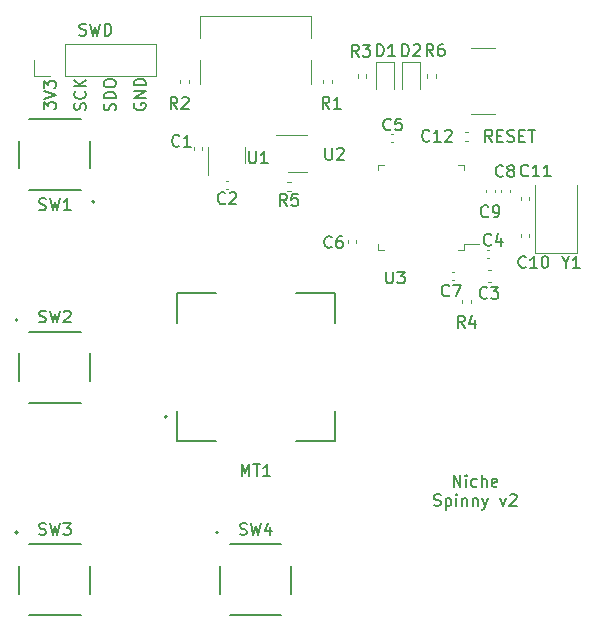
<source format=gto>
G04 #@! TF.GenerationSoftware,KiCad,Pcbnew,(6.0.6-0)*
G04 #@! TF.CreationDate,2022-08-29T18:48:32+01:00*
G04 #@! TF.ProjectId,Spinny,5370696e-6e79-42e6-9b69-6361645f7063,rev?*
G04 #@! TF.SameCoordinates,Original*
G04 #@! TF.FileFunction,Legend,Top*
G04 #@! TF.FilePolarity,Positive*
%FSLAX46Y46*%
G04 Gerber Fmt 4.6, Leading zero omitted, Abs format (unit mm)*
G04 Created by KiCad (PCBNEW (6.0.6-0)) date 2022-08-29 18:48:32*
%MOMM*%
%LPD*%
G01*
G04 APERTURE LIST*
%ADD10C,0.150000*%
%ADD11C,0.127000*%
%ADD12C,0.200000*%
%ADD13C,0.120000*%
G04 APERTURE END LIST*
D10*
X135072857Y-71874761D02*
X135215714Y-71922380D01*
X135453809Y-71922380D01*
X135549047Y-71874761D01*
X135596666Y-71827142D01*
X135644285Y-71731904D01*
X135644285Y-71636666D01*
X135596666Y-71541428D01*
X135549047Y-71493809D01*
X135453809Y-71446190D01*
X135263333Y-71398571D01*
X135168095Y-71350952D01*
X135120476Y-71303333D01*
X135072857Y-71208095D01*
X135072857Y-71112857D01*
X135120476Y-71017619D01*
X135168095Y-70970000D01*
X135263333Y-70922380D01*
X135501428Y-70922380D01*
X135644285Y-70970000D01*
X135977619Y-70922380D02*
X136215714Y-71922380D01*
X136406190Y-71208095D01*
X136596666Y-71922380D01*
X136834761Y-70922380D01*
X137215714Y-71922380D02*
X137215714Y-70922380D01*
X137453809Y-70922380D01*
X137596666Y-70970000D01*
X137691904Y-71065238D01*
X137739523Y-71160476D01*
X137787142Y-71350952D01*
X137787142Y-71493809D01*
X137739523Y-71684285D01*
X137691904Y-71779523D01*
X137596666Y-71874761D01*
X137453809Y-71922380D01*
X137215714Y-71922380D01*
X139730000Y-77671904D02*
X139682380Y-77767142D01*
X139682380Y-77910000D01*
X139730000Y-78052857D01*
X139825238Y-78148095D01*
X139920476Y-78195714D01*
X140110952Y-78243333D01*
X140253809Y-78243333D01*
X140444285Y-78195714D01*
X140539523Y-78148095D01*
X140634761Y-78052857D01*
X140682380Y-77910000D01*
X140682380Y-77814761D01*
X140634761Y-77671904D01*
X140587142Y-77624285D01*
X140253809Y-77624285D01*
X140253809Y-77814761D01*
X140682380Y-77195714D02*
X139682380Y-77195714D01*
X140682380Y-76624285D01*
X139682380Y-76624285D01*
X140682380Y-76148095D02*
X139682380Y-76148095D01*
X139682380Y-75910000D01*
X139730000Y-75767142D01*
X139825238Y-75671904D01*
X139920476Y-75624285D01*
X140110952Y-75576666D01*
X140253809Y-75576666D01*
X140444285Y-75624285D01*
X140539523Y-75671904D01*
X140634761Y-75767142D01*
X140682380Y-75910000D01*
X140682380Y-76148095D01*
X132052380Y-78178095D02*
X132052380Y-77559047D01*
X132433333Y-77892380D01*
X132433333Y-77749523D01*
X132480952Y-77654285D01*
X132528571Y-77606666D01*
X132623809Y-77559047D01*
X132861904Y-77559047D01*
X132957142Y-77606666D01*
X133004761Y-77654285D01*
X133052380Y-77749523D01*
X133052380Y-78035238D01*
X133004761Y-78130476D01*
X132957142Y-78178095D01*
X132052380Y-77273333D02*
X133052380Y-76940000D01*
X132052380Y-76606666D01*
X132052380Y-76368571D02*
X132052380Y-75749523D01*
X132433333Y-76082857D01*
X132433333Y-75940000D01*
X132480952Y-75844761D01*
X132528571Y-75797142D01*
X132623809Y-75749523D01*
X132861904Y-75749523D01*
X132957142Y-75797142D01*
X133004761Y-75844761D01*
X133052380Y-75940000D01*
X133052380Y-76225714D01*
X133004761Y-76320952D01*
X132957142Y-76368571D01*
X135564761Y-78225714D02*
X135612380Y-78082857D01*
X135612380Y-77844761D01*
X135564761Y-77749523D01*
X135517142Y-77701904D01*
X135421904Y-77654285D01*
X135326666Y-77654285D01*
X135231428Y-77701904D01*
X135183809Y-77749523D01*
X135136190Y-77844761D01*
X135088571Y-78035238D01*
X135040952Y-78130476D01*
X134993333Y-78178095D01*
X134898095Y-78225714D01*
X134802857Y-78225714D01*
X134707619Y-78178095D01*
X134660000Y-78130476D01*
X134612380Y-78035238D01*
X134612380Y-77797142D01*
X134660000Y-77654285D01*
X135517142Y-76654285D02*
X135564761Y-76701904D01*
X135612380Y-76844761D01*
X135612380Y-76940000D01*
X135564761Y-77082857D01*
X135469523Y-77178095D01*
X135374285Y-77225714D01*
X135183809Y-77273333D01*
X135040952Y-77273333D01*
X134850476Y-77225714D01*
X134755238Y-77178095D01*
X134660000Y-77082857D01*
X134612380Y-76940000D01*
X134612380Y-76844761D01*
X134660000Y-76701904D01*
X134707619Y-76654285D01*
X135612380Y-76225714D02*
X134612380Y-76225714D01*
X135612380Y-75654285D02*
X135040952Y-76082857D01*
X134612380Y-75654285D02*
X135183809Y-76225714D01*
X138094761Y-78249523D02*
X138142380Y-78106666D01*
X138142380Y-77868571D01*
X138094761Y-77773333D01*
X138047142Y-77725714D01*
X137951904Y-77678095D01*
X137856666Y-77678095D01*
X137761428Y-77725714D01*
X137713809Y-77773333D01*
X137666190Y-77868571D01*
X137618571Y-78059047D01*
X137570952Y-78154285D01*
X137523333Y-78201904D01*
X137428095Y-78249523D01*
X137332857Y-78249523D01*
X137237619Y-78201904D01*
X137190000Y-78154285D01*
X137142380Y-78059047D01*
X137142380Y-77820952D01*
X137190000Y-77678095D01*
X138142380Y-77249523D02*
X137142380Y-77249523D01*
X137142380Y-77011428D01*
X137190000Y-76868571D01*
X137285238Y-76773333D01*
X137380476Y-76725714D01*
X137570952Y-76678095D01*
X137713809Y-76678095D01*
X137904285Y-76725714D01*
X137999523Y-76773333D01*
X138094761Y-76868571D01*
X138142380Y-77011428D01*
X138142380Y-77249523D01*
X137142380Y-76059047D02*
X137142380Y-75868571D01*
X137190000Y-75773333D01*
X137285238Y-75678095D01*
X137475714Y-75630476D01*
X137809047Y-75630476D01*
X137999523Y-75678095D01*
X138094761Y-75773333D01*
X138142380Y-75868571D01*
X138142380Y-76059047D01*
X138094761Y-76154285D01*
X137999523Y-76249523D01*
X137809047Y-76297142D01*
X137475714Y-76297142D01*
X137285238Y-76249523D01*
X137190000Y-76154285D01*
X137142380Y-76059047D01*
X166756666Y-110127380D02*
X166756666Y-109127380D01*
X167328095Y-110127380D01*
X167328095Y-109127380D01*
X167804285Y-110127380D02*
X167804285Y-109460714D01*
X167804285Y-109127380D02*
X167756666Y-109175000D01*
X167804285Y-109222619D01*
X167851904Y-109175000D01*
X167804285Y-109127380D01*
X167804285Y-109222619D01*
X168709047Y-110079761D02*
X168613809Y-110127380D01*
X168423333Y-110127380D01*
X168328095Y-110079761D01*
X168280476Y-110032142D01*
X168232857Y-109936904D01*
X168232857Y-109651190D01*
X168280476Y-109555952D01*
X168328095Y-109508333D01*
X168423333Y-109460714D01*
X168613809Y-109460714D01*
X168709047Y-109508333D01*
X169137619Y-110127380D02*
X169137619Y-109127380D01*
X169566190Y-110127380D02*
X169566190Y-109603571D01*
X169518571Y-109508333D01*
X169423333Y-109460714D01*
X169280476Y-109460714D01*
X169185238Y-109508333D01*
X169137619Y-109555952D01*
X170423333Y-110079761D02*
X170328095Y-110127380D01*
X170137619Y-110127380D01*
X170042380Y-110079761D01*
X169994761Y-109984523D01*
X169994761Y-109603571D01*
X170042380Y-109508333D01*
X170137619Y-109460714D01*
X170328095Y-109460714D01*
X170423333Y-109508333D01*
X170470952Y-109603571D01*
X170470952Y-109698809D01*
X169994761Y-109794047D01*
X165090000Y-111689761D02*
X165232857Y-111737380D01*
X165470952Y-111737380D01*
X165566190Y-111689761D01*
X165613809Y-111642142D01*
X165661428Y-111546904D01*
X165661428Y-111451666D01*
X165613809Y-111356428D01*
X165566190Y-111308809D01*
X165470952Y-111261190D01*
X165280476Y-111213571D01*
X165185238Y-111165952D01*
X165137619Y-111118333D01*
X165090000Y-111023095D01*
X165090000Y-110927857D01*
X165137619Y-110832619D01*
X165185238Y-110785000D01*
X165280476Y-110737380D01*
X165518571Y-110737380D01*
X165661428Y-110785000D01*
X166090000Y-111070714D02*
X166090000Y-112070714D01*
X166090000Y-111118333D02*
X166185238Y-111070714D01*
X166375714Y-111070714D01*
X166470952Y-111118333D01*
X166518571Y-111165952D01*
X166566190Y-111261190D01*
X166566190Y-111546904D01*
X166518571Y-111642142D01*
X166470952Y-111689761D01*
X166375714Y-111737380D01*
X166185238Y-111737380D01*
X166090000Y-111689761D01*
X166994761Y-111737380D02*
X166994761Y-111070714D01*
X166994761Y-110737380D02*
X166947142Y-110785000D01*
X166994761Y-110832619D01*
X167042380Y-110785000D01*
X166994761Y-110737380D01*
X166994761Y-110832619D01*
X167470952Y-111070714D02*
X167470952Y-111737380D01*
X167470952Y-111165952D02*
X167518571Y-111118333D01*
X167613809Y-111070714D01*
X167756666Y-111070714D01*
X167851904Y-111118333D01*
X167899523Y-111213571D01*
X167899523Y-111737380D01*
X168375714Y-111070714D02*
X168375714Y-111737380D01*
X168375714Y-111165952D02*
X168423333Y-111118333D01*
X168518571Y-111070714D01*
X168661428Y-111070714D01*
X168756666Y-111118333D01*
X168804285Y-111213571D01*
X168804285Y-111737380D01*
X169185238Y-111070714D02*
X169423333Y-111737380D01*
X169661428Y-111070714D02*
X169423333Y-111737380D01*
X169328095Y-111975476D01*
X169280476Y-112023095D01*
X169185238Y-112070714D01*
X170709047Y-111070714D02*
X170947142Y-111737380D01*
X171185238Y-111070714D01*
X171518571Y-110832619D02*
X171566190Y-110785000D01*
X171661428Y-110737380D01*
X171899523Y-110737380D01*
X171994761Y-110785000D01*
X172042380Y-110832619D01*
X172090000Y-110927857D01*
X172090000Y-111023095D01*
X172042380Y-111165952D01*
X171470952Y-111737380D01*
X172090000Y-111737380D01*
X170027619Y-80912380D02*
X169694285Y-80436190D01*
X169456190Y-80912380D02*
X169456190Y-79912380D01*
X169837142Y-79912380D01*
X169932380Y-79960000D01*
X169980000Y-80007619D01*
X170027619Y-80102857D01*
X170027619Y-80245714D01*
X169980000Y-80340952D01*
X169932380Y-80388571D01*
X169837142Y-80436190D01*
X169456190Y-80436190D01*
X170456190Y-80388571D02*
X170789523Y-80388571D01*
X170932380Y-80912380D02*
X170456190Y-80912380D01*
X170456190Y-79912380D01*
X170932380Y-79912380D01*
X171313333Y-80864761D02*
X171456190Y-80912380D01*
X171694285Y-80912380D01*
X171789523Y-80864761D01*
X171837142Y-80817142D01*
X171884761Y-80721904D01*
X171884761Y-80626666D01*
X171837142Y-80531428D01*
X171789523Y-80483809D01*
X171694285Y-80436190D01*
X171503809Y-80388571D01*
X171408571Y-80340952D01*
X171360952Y-80293333D01*
X171313333Y-80198095D01*
X171313333Y-80102857D01*
X171360952Y-80007619D01*
X171408571Y-79960000D01*
X171503809Y-79912380D01*
X171741904Y-79912380D01*
X171884761Y-79960000D01*
X172313333Y-80388571D02*
X172646666Y-80388571D01*
X172789523Y-80912380D02*
X172313333Y-80912380D01*
X172313333Y-79912380D01*
X172789523Y-79912380D01*
X173075238Y-79912380D02*
X173646666Y-79912380D01*
X173360952Y-80912380D02*
X173360952Y-79912380D01*
G04 #@! TO.C,SW2*
X131666666Y-96154761D02*
X131809523Y-96202380D01*
X132047619Y-96202380D01*
X132142857Y-96154761D01*
X132190476Y-96107142D01*
X132238095Y-96011904D01*
X132238095Y-95916666D01*
X132190476Y-95821428D01*
X132142857Y-95773809D01*
X132047619Y-95726190D01*
X131857142Y-95678571D01*
X131761904Y-95630952D01*
X131714285Y-95583333D01*
X131666666Y-95488095D01*
X131666666Y-95392857D01*
X131714285Y-95297619D01*
X131761904Y-95250000D01*
X131857142Y-95202380D01*
X132095238Y-95202380D01*
X132238095Y-95250000D01*
X132571428Y-95202380D02*
X132809523Y-96202380D01*
X133000000Y-95488095D01*
X133190476Y-96202380D01*
X133428571Y-95202380D01*
X133761904Y-95297619D02*
X133809523Y-95250000D01*
X133904761Y-95202380D01*
X134142857Y-95202380D01*
X134238095Y-95250000D01*
X134285714Y-95297619D01*
X134333333Y-95392857D01*
X134333333Y-95488095D01*
X134285714Y-95630952D01*
X133714285Y-96202380D01*
X134333333Y-96202380D01*
G04 #@! TO.C,D1*
X160261904Y-73667380D02*
X160261904Y-72667380D01*
X160500000Y-72667380D01*
X160642857Y-72715000D01*
X160738095Y-72810238D01*
X160785714Y-72905476D01*
X160833333Y-73095952D01*
X160833333Y-73238809D01*
X160785714Y-73429285D01*
X160738095Y-73524523D01*
X160642857Y-73619761D01*
X160500000Y-73667380D01*
X160261904Y-73667380D01*
X161785714Y-73667380D02*
X161214285Y-73667380D01*
X161500000Y-73667380D02*
X161500000Y-72667380D01*
X161404761Y-72810238D01*
X161309523Y-72905476D01*
X161214285Y-72953095D01*
G04 #@! TO.C,SW3*
X131666666Y-114154761D02*
X131809523Y-114202380D01*
X132047619Y-114202380D01*
X132142857Y-114154761D01*
X132190476Y-114107142D01*
X132238095Y-114011904D01*
X132238095Y-113916666D01*
X132190476Y-113821428D01*
X132142857Y-113773809D01*
X132047619Y-113726190D01*
X131857142Y-113678571D01*
X131761904Y-113630952D01*
X131714285Y-113583333D01*
X131666666Y-113488095D01*
X131666666Y-113392857D01*
X131714285Y-113297619D01*
X131761904Y-113250000D01*
X131857142Y-113202380D01*
X132095238Y-113202380D01*
X132238095Y-113250000D01*
X132571428Y-113202380D02*
X132809523Y-114202380D01*
X133000000Y-113488095D01*
X133190476Y-114202380D01*
X133428571Y-113202380D01*
X133714285Y-113202380D02*
X134333333Y-113202380D01*
X134000000Y-113583333D01*
X134142857Y-113583333D01*
X134238095Y-113630952D01*
X134285714Y-113678571D01*
X134333333Y-113773809D01*
X134333333Y-114011904D01*
X134285714Y-114107142D01*
X134238095Y-114154761D01*
X134142857Y-114202380D01*
X133857142Y-114202380D01*
X133761904Y-114154761D01*
X133714285Y-114107142D01*
G04 #@! TO.C,R4*
X167683333Y-96652380D02*
X167350000Y-96176190D01*
X167111904Y-96652380D02*
X167111904Y-95652380D01*
X167492857Y-95652380D01*
X167588095Y-95700000D01*
X167635714Y-95747619D01*
X167683333Y-95842857D01*
X167683333Y-95985714D01*
X167635714Y-96080952D01*
X167588095Y-96128571D01*
X167492857Y-96176190D01*
X167111904Y-96176190D01*
X168540476Y-95985714D02*
X168540476Y-96652380D01*
X168302380Y-95604761D02*
X168064285Y-96319047D01*
X168683333Y-96319047D01*
G04 #@! TO.C,C5*
X161433333Y-79857142D02*
X161385714Y-79904761D01*
X161242857Y-79952380D01*
X161147619Y-79952380D01*
X161004761Y-79904761D01*
X160909523Y-79809523D01*
X160861904Y-79714285D01*
X160814285Y-79523809D01*
X160814285Y-79380952D01*
X160861904Y-79190476D01*
X160909523Y-79095238D01*
X161004761Y-79000000D01*
X161147619Y-78952380D01*
X161242857Y-78952380D01*
X161385714Y-79000000D01*
X161433333Y-79047619D01*
X162338095Y-78952380D02*
X161861904Y-78952380D01*
X161814285Y-79428571D01*
X161861904Y-79380952D01*
X161957142Y-79333333D01*
X162195238Y-79333333D01*
X162290476Y-79380952D01*
X162338095Y-79428571D01*
X162385714Y-79523809D01*
X162385714Y-79761904D01*
X162338095Y-79857142D01*
X162290476Y-79904761D01*
X162195238Y-79952380D01*
X161957142Y-79952380D01*
X161861904Y-79904761D01*
X161814285Y-79857142D01*
G04 #@! TO.C,C12*
X164707142Y-80807142D02*
X164659523Y-80854761D01*
X164516666Y-80902380D01*
X164421428Y-80902380D01*
X164278571Y-80854761D01*
X164183333Y-80759523D01*
X164135714Y-80664285D01*
X164088095Y-80473809D01*
X164088095Y-80330952D01*
X164135714Y-80140476D01*
X164183333Y-80045238D01*
X164278571Y-79950000D01*
X164421428Y-79902380D01*
X164516666Y-79902380D01*
X164659523Y-79950000D01*
X164707142Y-79997619D01*
X165659523Y-80902380D02*
X165088095Y-80902380D01*
X165373809Y-80902380D02*
X165373809Y-79902380D01*
X165278571Y-80045238D01*
X165183333Y-80140476D01*
X165088095Y-80188095D01*
X166040476Y-79997619D02*
X166088095Y-79950000D01*
X166183333Y-79902380D01*
X166421428Y-79902380D01*
X166516666Y-79950000D01*
X166564285Y-79997619D01*
X166611904Y-80092857D01*
X166611904Y-80188095D01*
X166564285Y-80330952D01*
X165992857Y-80902380D01*
X166611904Y-80902380D01*
G04 #@! TO.C,MT1*
X148799523Y-109212380D02*
X148799523Y-108212380D01*
X149132857Y-108926666D01*
X149466190Y-108212380D01*
X149466190Y-109212380D01*
X149799523Y-108212380D02*
X150370952Y-108212380D01*
X150085238Y-109212380D02*
X150085238Y-108212380D01*
X151228095Y-109212380D02*
X150656666Y-109212380D01*
X150942380Y-109212380D02*
X150942380Y-108212380D01*
X150847142Y-108355238D01*
X150751904Y-108450476D01*
X150656666Y-108498095D01*
G04 #@! TO.C,Y1*
X176233809Y-91146190D02*
X176233809Y-91622380D01*
X175900476Y-90622380D02*
X176233809Y-91146190D01*
X176567142Y-90622380D01*
X177424285Y-91622380D02*
X176852857Y-91622380D01*
X177138571Y-91622380D02*
X177138571Y-90622380D01*
X177043333Y-90765238D01*
X176948095Y-90860476D01*
X176852857Y-90908095D01*
G04 #@! TO.C,SW1*
X131666666Y-86654761D02*
X131809523Y-86702380D01*
X132047619Y-86702380D01*
X132142857Y-86654761D01*
X132190476Y-86607142D01*
X132238095Y-86511904D01*
X132238095Y-86416666D01*
X132190476Y-86321428D01*
X132142857Y-86273809D01*
X132047619Y-86226190D01*
X131857142Y-86178571D01*
X131761904Y-86130952D01*
X131714285Y-86083333D01*
X131666666Y-85988095D01*
X131666666Y-85892857D01*
X131714285Y-85797619D01*
X131761904Y-85750000D01*
X131857142Y-85702380D01*
X132095238Y-85702380D01*
X132238095Y-85750000D01*
X132571428Y-85702380D02*
X132809523Y-86702380D01*
X133000000Y-85988095D01*
X133190476Y-86702380D01*
X133428571Y-85702380D01*
X134333333Y-86702380D02*
X133761904Y-86702380D01*
X134047619Y-86702380D02*
X134047619Y-85702380D01*
X133952380Y-85845238D01*
X133857142Y-85940476D01*
X133761904Y-85988095D01*
G04 #@! TO.C,U3*
X161038095Y-91902380D02*
X161038095Y-92711904D01*
X161085714Y-92807142D01*
X161133333Y-92854761D01*
X161228571Y-92902380D01*
X161419047Y-92902380D01*
X161514285Y-92854761D01*
X161561904Y-92807142D01*
X161609523Y-92711904D01*
X161609523Y-91902380D01*
X161990476Y-91902380D02*
X162609523Y-91902380D01*
X162276190Y-92283333D01*
X162419047Y-92283333D01*
X162514285Y-92330952D01*
X162561904Y-92378571D01*
X162609523Y-92473809D01*
X162609523Y-92711904D01*
X162561904Y-92807142D01*
X162514285Y-92854761D01*
X162419047Y-92902380D01*
X162133333Y-92902380D01*
X162038095Y-92854761D01*
X161990476Y-92807142D01*
G04 #@! TO.C,U1*
X149438095Y-81732380D02*
X149438095Y-82541904D01*
X149485714Y-82637142D01*
X149533333Y-82684761D01*
X149628571Y-82732380D01*
X149819047Y-82732380D01*
X149914285Y-82684761D01*
X149961904Y-82637142D01*
X150009523Y-82541904D01*
X150009523Y-81732380D01*
X151009523Y-82732380D02*
X150438095Y-82732380D01*
X150723809Y-82732380D02*
X150723809Y-81732380D01*
X150628571Y-81875238D01*
X150533333Y-81970476D01*
X150438095Y-82018095D01*
G04 #@! TO.C,C7*
X166383333Y-93907142D02*
X166335714Y-93954761D01*
X166192857Y-94002380D01*
X166097619Y-94002380D01*
X165954761Y-93954761D01*
X165859523Y-93859523D01*
X165811904Y-93764285D01*
X165764285Y-93573809D01*
X165764285Y-93430952D01*
X165811904Y-93240476D01*
X165859523Y-93145238D01*
X165954761Y-93050000D01*
X166097619Y-93002380D01*
X166192857Y-93002380D01*
X166335714Y-93050000D01*
X166383333Y-93097619D01*
X166716666Y-93002380D02*
X167383333Y-93002380D01*
X166954761Y-94002380D01*
G04 #@! TO.C,R6*
X165033333Y-73652380D02*
X164700000Y-73176190D01*
X164461904Y-73652380D02*
X164461904Y-72652380D01*
X164842857Y-72652380D01*
X164938095Y-72700000D01*
X164985714Y-72747619D01*
X165033333Y-72842857D01*
X165033333Y-72985714D01*
X164985714Y-73080952D01*
X164938095Y-73128571D01*
X164842857Y-73176190D01*
X164461904Y-73176190D01*
X165890476Y-72652380D02*
X165700000Y-72652380D01*
X165604761Y-72700000D01*
X165557142Y-72747619D01*
X165461904Y-72890476D01*
X165414285Y-73080952D01*
X165414285Y-73461904D01*
X165461904Y-73557142D01*
X165509523Y-73604761D01*
X165604761Y-73652380D01*
X165795238Y-73652380D01*
X165890476Y-73604761D01*
X165938095Y-73557142D01*
X165985714Y-73461904D01*
X165985714Y-73223809D01*
X165938095Y-73128571D01*
X165890476Y-73080952D01*
X165795238Y-73033333D01*
X165604761Y-73033333D01*
X165509523Y-73080952D01*
X165461904Y-73128571D01*
X165414285Y-73223809D01*
G04 #@! TO.C,C4*
X169933333Y-89607142D02*
X169885714Y-89654761D01*
X169742857Y-89702380D01*
X169647619Y-89702380D01*
X169504761Y-89654761D01*
X169409523Y-89559523D01*
X169361904Y-89464285D01*
X169314285Y-89273809D01*
X169314285Y-89130952D01*
X169361904Y-88940476D01*
X169409523Y-88845238D01*
X169504761Y-88750000D01*
X169647619Y-88702380D01*
X169742857Y-88702380D01*
X169885714Y-88750000D01*
X169933333Y-88797619D01*
X170790476Y-89035714D02*
X170790476Y-89702380D01*
X170552380Y-88654761D02*
X170314285Y-89369047D01*
X170933333Y-89369047D01*
G04 #@! TO.C,D2*
X162411904Y-73667380D02*
X162411904Y-72667380D01*
X162650000Y-72667380D01*
X162792857Y-72715000D01*
X162888095Y-72810238D01*
X162935714Y-72905476D01*
X162983333Y-73095952D01*
X162983333Y-73238809D01*
X162935714Y-73429285D01*
X162888095Y-73524523D01*
X162792857Y-73619761D01*
X162650000Y-73667380D01*
X162411904Y-73667380D01*
X163364285Y-72762619D02*
X163411904Y-72715000D01*
X163507142Y-72667380D01*
X163745238Y-72667380D01*
X163840476Y-72715000D01*
X163888095Y-72762619D01*
X163935714Y-72857857D01*
X163935714Y-72953095D01*
X163888095Y-73095952D01*
X163316666Y-73667380D01*
X163935714Y-73667380D01*
G04 #@! TO.C,C8*
X170933333Y-83807142D02*
X170885714Y-83854761D01*
X170742857Y-83902380D01*
X170647619Y-83902380D01*
X170504761Y-83854761D01*
X170409523Y-83759523D01*
X170361904Y-83664285D01*
X170314285Y-83473809D01*
X170314285Y-83330952D01*
X170361904Y-83140476D01*
X170409523Y-83045238D01*
X170504761Y-82950000D01*
X170647619Y-82902380D01*
X170742857Y-82902380D01*
X170885714Y-82950000D01*
X170933333Y-82997619D01*
X171504761Y-83330952D02*
X171409523Y-83283333D01*
X171361904Y-83235714D01*
X171314285Y-83140476D01*
X171314285Y-83092857D01*
X171361904Y-82997619D01*
X171409523Y-82950000D01*
X171504761Y-82902380D01*
X171695238Y-82902380D01*
X171790476Y-82950000D01*
X171838095Y-82997619D01*
X171885714Y-83092857D01*
X171885714Y-83140476D01*
X171838095Y-83235714D01*
X171790476Y-83283333D01*
X171695238Y-83330952D01*
X171504761Y-83330952D01*
X171409523Y-83378571D01*
X171361904Y-83426190D01*
X171314285Y-83521428D01*
X171314285Y-83711904D01*
X171361904Y-83807142D01*
X171409523Y-83854761D01*
X171504761Y-83902380D01*
X171695238Y-83902380D01*
X171790476Y-83854761D01*
X171838095Y-83807142D01*
X171885714Y-83711904D01*
X171885714Y-83521428D01*
X171838095Y-83426190D01*
X171790476Y-83378571D01*
X171695238Y-83330952D01*
G04 #@! TO.C,C10*
X172867142Y-91507142D02*
X172819523Y-91554761D01*
X172676666Y-91602380D01*
X172581428Y-91602380D01*
X172438571Y-91554761D01*
X172343333Y-91459523D01*
X172295714Y-91364285D01*
X172248095Y-91173809D01*
X172248095Y-91030952D01*
X172295714Y-90840476D01*
X172343333Y-90745238D01*
X172438571Y-90650000D01*
X172581428Y-90602380D01*
X172676666Y-90602380D01*
X172819523Y-90650000D01*
X172867142Y-90697619D01*
X173819523Y-91602380D02*
X173248095Y-91602380D01*
X173533809Y-91602380D02*
X173533809Y-90602380D01*
X173438571Y-90745238D01*
X173343333Y-90840476D01*
X173248095Y-90888095D01*
X174438571Y-90602380D02*
X174533809Y-90602380D01*
X174629047Y-90650000D01*
X174676666Y-90697619D01*
X174724285Y-90792857D01*
X174771904Y-90983333D01*
X174771904Y-91221428D01*
X174724285Y-91411904D01*
X174676666Y-91507142D01*
X174629047Y-91554761D01*
X174533809Y-91602380D01*
X174438571Y-91602380D01*
X174343333Y-91554761D01*
X174295714Y-91507142D01*
X174248095Y-91411904D01*
X174200476Y-91221428D01*
X174200476Y-90983333D01*
X174248095Y-90792857D01*
X174295714Y-90697619D01*
X174343333Y-90650000D01*
X174438571Y-90602380D01*
G04 #@! TO.C,C1*
X143543333Y-81237142D02*
X143495714Y-81284761D01*
X143352857Y-81332380D01*
X143257619Y-81332380D01*
X143114761Y-81284761D01*
X143019523Y-81189523D01*
X142971904Y-81094285D01*
X142924285Y-80903809D01*
X142924285Y-80760952D01*
X142971904Y-80570476D01*
X143019523Y-80475238D01*
X143114761Y-80380000D01*
X143257619Y-80332380D01*
X143352857Y-80332380D01*
X143495714Y-80380000D01*
X143543333Y-80427619D01*
X144495714Y-81332380D02*
X143924285Y-81332380D01*
X144210000Y-81332380D02*
X144210000Y-80332380D01*
X144114761Y-80475238D01*
X144019523Y-80570476D01*
X143924285Y-80618095D01*
G04 #@! TO.C,R1*
X156233333Y-78112380D02*
X155900000Y-77636190D01*
X155661904Y-78112380D02*
X155661904Y-77112380D01*
X156042857Y-77112380D01*
X156138095Y-77160000D01*
X156185714Y-77207619D01*
X156233333Y-77302857D01*
X156233333Y-77445714D01*
X156185714Y-77540952D01*
X156138095Y-77588571D01*
X156042857Y-77636190D01*
X155661904Y-77636190D01*
X157185714Y-78112380D02*
X156614285Y-78112380D01*
X156900000Y-78112380D02*
X156900000Y-77112380D01*
X156804761Y-77255238D01*
X156709523Y-77350476D01*
X156614285Y-77398095D01*
G04 #@! TO.C,R3*
X158733333Y-73702380D02*
X158400000Y-73226190D01*
X158161904Y-73702380D02*
X158161904Y-72702380D01*
X158542857Y-72702380D01*
X158638095Y-72750000D01*
X158685714Y-72797619D01*
X158733333Y-72892857D01*
X158733333Y-73035714D01*
X158685714Y-73130952D01*
X158638095Y-73178571D01*
X158542857Y-73226190D01*
X158161904Y-73226190D01*
X159066666Y-72702380D02*
X159685714Y-72702380D01*
X159352380Y-73083333D01*
X159495238Y-73083333D01*
X159590476Y-73130952D01*
X159638095Y-73178571D01*
X159685714Y-73273809D01*
X159685714Y-73511904D01*
X159638095Y-73607142D01*
X159590476Y-73654761D01*
X159495238Y-73702380D01*
X159209523Y-73702380D01*
X159114285Y-73654761D01*
X159066666Y-73607142D01*
G04 #@! TO.C,C11*
X173067142Y-83757142D02*
X173019523Y-83804761D01*
X172876666Y-83852380D01*
X172781428Y-83852380D01*
X172638571Y-83804761D01*
X172543333Y-83709523D01*
X172495714Y-83614285D01*
X172448095Y-83423809D01*
X172448095Y-83280952D01*
X172495714Y-83090476D01*
X172543333Y-82995238D01*
X172638571Y-82900000D01*
X172781428Y-82852380D01*
X172876666Y-82852380D01*
X173019523Y-82900000D01*
X173067142Y-82947619D01*
X174019523Y-83852380D02*
X173448095Y-83852380D01*
X173733809Y-83852380D02*
X173733809Y-82852380D01*
X173638571Y-82995238D01*
X173543333Y-83090476D01*
X173448095Y-83138095D01*
X174971904Y-83852380D02*
X174400476Y-83852380D01*
X174686190Y-83852380D02*
X174686190Y-82852380D01*
X174590952Y-82995238D01*
X174495714Y-83090476D01*
X174400476Y-83138095D01*
G04 #@! TO.C,R5*
X152643333Y-86332380D02*
X152310000Y-85856190D01*
X152071904Y-86332380D02*
X152071904Y-85332380D01*
X152452857Y-85332380D01*
X152548095Y-85380000D01*
X152595714Y-85427619D01*
X152643333Y-85522857D01*
X152643333Y-85665714D01*
X152595714Y-85760952D01*
X152548095Y-85808571D01*
X152452857Y-85856190D01*
X152071904Y-85856190D01*
X153548095Y-85332380D02*
X153071904Y-85332380D01*
X153024285Y-85808571D01*
X153071904Y-85760952D01*
X153167142Y-85713333D01*
X153405238Y-85713333D01*
X153500476Y-85760952D01*
X153548095Y-85808571D01*
X153595714Y-85903809D01*
X153595714Y-86141904D01*
X153548095Y-86237142D01*
X153500476Y-86284761D01*
X153405238Y-86332380D01*
X153167142Y-86332380D01*
X153071904Y-86284761D01*
X153024285Y-86237142D01*
G04 #@! TO.C,C3*
X169583333Y-94107142D02*
X169535714Y-94154761D01*
X169392857Y-94202380D01*
X169297619Y-94202380D01*
X169154761Y-94154761D01*
X169059523Y-94059523D01*
X169011904Y-93964285D01*
X168964285Y-93773809D01*
X168964285Y-93630952D01*
X169011904Y-93440476D01*
X169059523Y-93345238D01*
X169154761Y-93250000D01*
X169297619Y-93202380D01*
X169392857Y-93202380D01*
X169535714Y-93250000D01*
X169583333Y-93297619D01*
X169916666Y-93202380D02*
X170535714Y-93202380D01*
X170202380Y-93583333D01*
X170345238Y-93583333D01*
X170440476Y-93630952D01*
X170488095Y-93678571D01*
X170535714Y-93773809D01*
X170535714Y-94011904D01*
X170488095Y-94107142D01*
X170440476Y-94154761D01*
X170345238Y-94202380D01*
X170059523Y-94202380D01*
X169964285Y-94154761D01*
X169916666Y-94107142D01*
G04 #@! TO.C,R2*
X143373333Y-78142380D02*
X143040000Y-77666190D01*
X142801904Y-78142380D02*
X142801904Y-77142380D01*
X143182857Y-77142380D01*
X143278095Y-77190000D01*
X143325714Y-77237619D01*
X143373333Y-77332857D01*
X143373333Y-77475714D01*
X143325714Y-77570952D01*
X143278095Y-77618571D01*
X143182857Y-77666190D01*
X142801904Y-77666190D01*
X143754285Y-77237619D02*
X143801904Y-77190000D01*
X143897142Y-77142380D01*
X144135238Y-77142380D01*
X144230476Y-77190000D01*
X144278095Y-77237619D01*
X144325714Y-77332857D01*
X144325714Y-77428095D01*
X144278095Y-77570952D01*
X143706666Y-78142380D01*
X144325714Y-78142380D01*
G04 #@! TO.C,C6*
X156433333Y-89807142D02*
X156385714Y-89854761D01*
X156242857Y-89902380D01*
X156147619Y-89902380D01*
X156004761Y-89854761D01*
X155909523Y-89759523D01*
X155861904Y-89664285D01*
X155814285Y-89473809D01*
X155814285Y-89330952D01*
X155861904Y-89140476D01*
X155909523Y-89045238D01*
X156004761Y-88950000D01*
X156147619Y-88902380D01*
X156242857Y-88902380D01*
X156385714Y-88950000D01*
X156433333Y-88997619D01*
X157290476Y-88902380D02*
X157100000Y-88902380D01*
X157004761Y-88950000D01*
X156957142Y-88997619D01*
X156861904Y-89140476D01*
X156814285Y-89330952D01*
X156814285Y-89711904D01*
X156861904Y-89807142D01*
X156909523Y-89854761D01*
X157004761Y-89902380D01*
X157195238Y-89902380D01*
X157290476Y-89854761D01*
X157338095Y-89807142D01*
X157385714Y-89711904D01*
X157385714Y-89473809D01*
X157338095Y-89378571D01*
X157290476Y-89330952D01*
X157195238Y-89283333D01*
X157004761Y-89283333D01*
X156909523Y-89330952D01*
X156861904Y-89378571D01*
X156814285Y-89473809D01*
G04 #@! TO.C,U2*
X155895595Y-81432380D02*
X155895595Y-82241904D01*
X155943214Y-82337142D01*
X155990833Y-82384761D01*
X156086071Y-82432380D01*
X156276547Y-82432380D01*
X156371785Y-82384761D01*
X156419404Y-82337142D01*
X156467023Y-82241904D01*
X156467023Y-81432380D01*
X156895595Y-81527619D02*
X156943214Y-81480000D01*
X157038452Y-81432380D01*
X157276547Y-81432380D01*
X157371785Y-81480000D01*
X157419404Y-81527619D01*
X157467023Y-81622857D01*
X157467023Y-81718095D01*
X157419404Y-81860952D01*
X156847976Y-82432380D01*
X157467023Y-82432380D01*
G04 #@! TO.C,C9*
X169683333Y-87207142D02*
X169635714Y-87254761D01*
X169492857Y-87302380D01*
X169397619Y-87302380D01*
X169254761Y-87254761D01*
X169159523Y-87159523D01*
X169111904Y-87064285D01*
X169064285Y-86873809D01*
X169064285Y-86730952D01*
X169111904Y-86540476D01*
X169159523Y-86445238D01*
X169254761Y-86350000D01*
X169397619Y-86302380D01*
X169492857Y-86302380D01*
X169635714Y-86350000D01*
X169683333Y-86397619D01*
X170159523Y-87302380D02*
X170350000Y-87302380D01*
X170445238Y-87254761D01*
X170492857Y-87207142D01*
X170588095Y-87064285D01*
X170635714Y-86873809D01*
X170635714Y-86492857D01*
X170588095Y-86397619D01*
X170540476Y-86350000D01*
X170445238Y-86302380D01*
X170254761Y-86302380D01*
X170159523Y-86350000D01*
X170111904Y-86397619D01*
X170064285Y-86492857D01*
X170064285Y-86730952D01*
X170111904Y-86826190D01*
X170159523Y-86873809D01*
X170254761Y-86921428D01*
X170445238Y-86921428D01*
X170540476Y-86873809D01*
X170588095Y-86826190D01*
X170635714Y-86730952D01*
G04 #@! TO.C,C2*
X147413333Y-86097142D02*
X147365714Y-86144761D01*
X147222857Y-86192380D01*
X147127619Y-86192380D01*
X146984761Y-86144761D01*
X146889523Y-86049523D01*
X146841904Y-85954285D01*
X146794285Y-85763809D01*
X146794285Y-85620952D01*
X146841904Y-85430476D01*
X146889523Y-85335238D01*
X146984761Y-85240000D01*
X147127619Y-85192380D01*
X147222857Y-85192380D01*
X147365714Y-85240000D01*
X147413333Y-85287619D01*
X147794285Y-85287619D02*
X147841904Y-85240000D01*
X147937142Y-85192380D01*
X148175238Y-85192380D01*
X148270476Y-85240000D01*
X148318095Y-85287619D01*
X148365714Y-85382857D01*
X148365714Y-85478095D01*
X148318095Y-85620952D01*
X147746666Y-86192380D01*
X148365714Y-86192380D01*
G04 #@! TO.C,SW4*
X148666666Y-114154761D02*
X148809523Y-114202380D01*
X149047619Y-114202380D01*
X149142857Y-114154761D01*
X149190476Y-114107142D01*
X149238095Y-114011904D01*
X149238095Y-113916666D01*
X149190476Y-113821428D01*
X149142857Y-113773809D01*
X149047619Y-113726190D01*
X148857142Y-113678571D01*
X148761904Y-113630952D01*
X148714285Y-113583333D01*
X148666666Y-113488095D01*
X148666666Y-113392857D01*
X148714285Y-113297619D01*
X148761904Y-113250000D01*
X148857142Y-113202380D01*
X149095238Y-113202380D01*
X149238095Y-113250000D01*
X149571428Y-113202380D02*
X149809523Y-114202380D01*
X150000000Y-113488095D01*
X150190476Y-114202380D01*
X150428571Y-113202380D01*
X151238095Y-113535714D02*
X151238095Y-114202380D01*
X151000000Y-113154761D02*
X150761904Y-113869047D01*
X151380952Y-113869047D01*
D11*
G04 #@! TO.C,SW2*
X130824000Y-103000000D02*
X135176000Y-103000000D01*
X130824000Y-97000000D02*
X135176000Y-97000000D01*
X136000000Y-98824000D02*
X136000000Y-101176000D01*
X130000000Y-98824000D02*
X130000000Y-101176000D01*
D12*
X129850000Y-95996000D02*
G75*
G03*
X129850000Y-95996000I-100000J0D01*
G01*
D13*
G04 #@! TO.C,D1*
X160215000Y-74180000D02*
X160215000Y-76465000D01*
X161685000Y-74180000D02*
X160215000Y-74180000D01*
X161685000Y-76465000D02*
X161685000Y-74180000D01*
D11*
G04 #@! TO.C,SW3*
X130000000Y-116824000D02*
X130000000Y-119176000D01*
X130824000Y-115000000D02*
X135176000Y-115000000D01*
X130824000Y-121000000D02*
X135176000Y-121000000D01*
X136000000Y-116824000D02*
X136000000Y-119176000D01*
D12*
X129850000Y-113996000D02*
G75*
G03*
X129850000Y-113996000I-100000J0D01*
G01*
D13*
G04 #@! TO.C,R4*
X167470000Y-94296359D02*
X167470000Y-94603641D01*
X168230000Y-94296359D02*
X168230000Y-94603641D01*
G04 #@! TO.C,C5*
X161422164Y-80960000D02*
X161637836Y-80960000D01*
X161422164Y-80240000D02*
X161637836Y-80240000D01*
G04 #@! TO.C,C12*
X167742164Y-80090000D02*
X167957836Y-80090000D01*
X167742164Y-80810000D02*
X167957836Y-80810000D01*
D11*
G04 #@! TO.C,MT1*
X143300000Y-96300000D02*
X143300000Y-93750000D01*
X156700000Y-106250000D02*
X156700000Y-103700000D01*
X146600000Y-106250000D02*
X143300000Y-106250000D01*
X156700000Y-93750000D02*
X153400000Y-93750000D01*
X156700000Y-96300000D02*
X156700000Y-93750000D01*
X153400000Y-106250000D02*
X156700000Y-106250000D01*
X143300000Y-93750000D02*
X146600000Y-93750000D01*
X143300000Y-106250000D02*
X143300000Y-103700000D01*
D12*
X142500000Y-104200000D02*
G75*
G03*
X142500000Y-104200000I-100000J0D01*
G01*
D13*
G04 #@! TO.C,Y1*
X173610000Y-84570000D02*
X173610000Y-90320000D01*
X173610000Y-90320000D02*
X177210000Y-90320000D01*
X177210000Y-90320000D02*
X177210000Y-84570000D01*
D11*
G04 #@! TO.C,SW1*
X135176000Y-85000000D02*
X130824000Y-85000000D01*
X135176000Y-79000000D02*
X130824000Y-79000000D01*
X130000000Y-83176000D02*
X130000000Y-80824000D01*
X136000000Y-83176000D02*
X136000000Y-80824000D01*
D12*
X136350000Y-86004000D02*
G75*
G03*
X136350000Y-86004000I-100000J0D01*
G01*
D13*
G04 #@! TO.C,U3*
X160390000Y-90060000D02*
X160390000Y-89610000D01*
X160840000Y-90060000D02*
X160390000Y-90060000D01*
X167610000Y-82840000D02*
X167610000Y-83290000D01*
X167160000Y-90060000D02*
X167610000Y-90060000D01*
X167610000Y-90060000D02*
X167610000Y-89610000D01*
X160390000Y-82840000D02*
X160390000Y-83290000D01*
X160840000Y-82840000D02*
X160390000Y-82840000D01*
X167160000Y-82840000D02*
X167610000Y-82840000D01*
X167610000Y-89610000D02*
X168900000Y-89610000D01*
G04 #@! TO.C,J1*
X154700000Y-70230000D02*
X145300000Y-70230000D01*
X145300000Y-76030000D02*
X145300000Y-74030000D01*
X145300000Y-72130000D02*
X145300000Y-70230000D01*
X154700000Y-76030000D02*
X154700000Y-74030000D01*
X154700000Y-72130000D02*
X154700000Y-70230000D01*
G04 #@! TO.C,U1*
X149110000Y-82042500D02*
X149110000Y-82692500D01*
X145990000Y-82042500D02*
X145990000Y-83717500D01*
X149110000Y-82042500D02*
X149110000Y-81392500D01*
X145990000Y-82042500D02*
X145990000Y-81392500D01*
G04 #@! TO.C,C7*
X166807836Y-91940000D02*
X166592164Y-91940000D01*
X166807836Y-92660000D02*
X166592164Y-92660000D01*
G04 #@! TO.C,R6*
X165230000Y-75196359D02*
X165230000Y-75503641D01*
X164470000Y-75196359D02*
X164470000Y-75503641D01*
G04 #@! TO.C,C4*
X169572164Y-90040000D02*
X169787836Y-90040000D01*
X169572164Y-90760000D02*
X169787836Y-90760000D01*
G04 #@! TO.C,D2*
X162415000Y-74142500D02*
X162415000Y-76427500D01*
X163885000Y-74142500D02*
X162415000Y-74142500D01*
X163885000Y-76427500D02*
X163885000Y-74142500D01*
G04 #@! TO.C,C8*
X171510000Y-84972164D02*
X171510000Y-85187836D01*
X170790000Y-84972164D02*
X170790000Y-85187836D01*
G04 #@! TO.C,C10*
X173170000Y-88722164D02*
X173170000Y-88937836D01*
X172450000Y-88722164D02*
X172450000Y-88937836D01*
G04 #@! TO.C,C1*
X144740000Y-81392164D02*
X144740000Y-81607836D01*
X145460000Y-81392164D02*
X145460000Y-81607836D01*
G04 #@! TO.C,R1*
X155670000Y-75656359D02*
X155670000Y-75963641D01*
X156430000Y-75656359D02*
X156430000Y-75963641D01*
G04 #@! TO.C,R3*
X159380000Y-75206359D02*
X159380000Y-75513641D01*
X158620000Y-75206359D02*
X158620000Y-75513641D01*
G04 #@! TO.C,C11*
X172450000Y-85813836D02*
X172450000Y-85598164D01*
X173170000Y-85813836D02*
X173170000Y-85598164D01*
G04 #@! TO.C,R5*
X152646359Y-84300000D02*
X152953641Y-84300000D01*
X152646359Y-85060000D02*
X152953641Y-85060000D01*
G04 #@! TO.C,C3*
X169634420Y-92810000D02*
X169915580Y-92810000D01*
X169634420Y-91790000D02*
X169915580Y-91790000D01*
G04 #@! TO.C,R2*
X143560000Y-75953641D02*
X143560000Y-75646359D01*
X144320000Y-75953641D02*
X144320000Y-75646359D01*
G04 #@! TO.C,C6*
X158510000Y-89477836D02*
X158510000Y-89262164D01*
X157790000Y-89477836D02*
X157790000Y-89262164D01*
G04 #@! TO.C,U2*
X153520000Y-83440000D02*
X152720000Y-83440000D01*
X153520000Y-80320000D02*
X154320000Y-80320000D01*
X153520000Y-80320000D02*
X151720000Y-80320000D01*
X153520000Y-83440000D02*
X154320000Y-83440000D01*
G04 #@! TO.C,C9*
X170260000Y-84972164D02*
X170260000Y-85187836D01*
X169540000Y-84972164D02*
X169540000Y-85187836D01*
G04 #@! TO.C,J2*
X133870000Y-75320000D02*
X133870000Y-72660000D01*
X131270000Y-75320000D02*
X131270000Y-73990000D01*
X133870000Y-75320000D02*
X141550000Y-75320000D01*
X141550000Y-75320000D02*
X141550000Y-72660000D01*
X133870000Y-72660000D02*
X141550000Y-72660000D01*
X132600000Y-75320000D02*
X131270000Y-75320000D01*
G04 #@! TO.C,C2*
X147687836Y-84220000D02*
X147472164Y-84220000D01*
X147687836Y-84940000D02*
X147472164Y-84940000D01*
D11*
G04 #@! TO.C,SW4*
X147000000Y-116824000D02*
X147000000Y-119176000D01*
X147824000Y-115000000D02*
X152176000Y-115000000D01*
X147824000Y-121000000D02*
X152176000Y-121000000D01*
X153000000Y-116824000D02*
X153000000Y-119176000D01*
D12*
X146850000Y-113996000D02*
G75*
G03*
X146850000Y-113996000I-100000J0D01*
G01*
D13*
G04 #@! TO.C,SW5*
X168250000Y-78600000D02*
X170250000Y-78600000D01*
X168240000Y-73000000D02*
X170240000Y-73000000D01*
G04 #@! TD*
M02*

</source>
